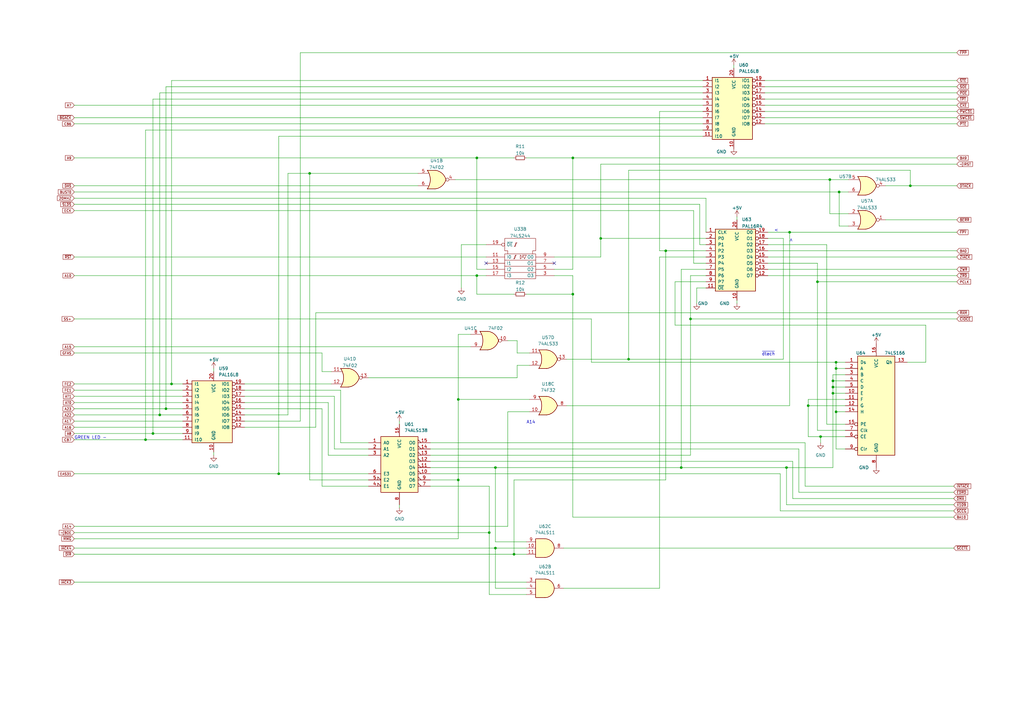
<source format=kicad_sch>
(kicad_sch (version 20211123) (generator eeschema)
  (paper "A3")
  (lib_symbols
    (symbol "74xx:74LS02" (pin_names (offset 1.016))
      (property "Reference" "U" (at 0 1.27 0))
      (property "Value" "74LS02" (at 0 -1.27 0))
      (symbol "74LS02_1_1"
        (pin output inverted (at 7.62 0 180) (length 3.81) (name "~") (number "1"))
        (pin input line (at -7.62 2.54 0) (length 4.318) (name "~") (number "2"))
        (pin input line (at -7.62 -2.54 0) (length 4.318) (name "~") (number "3"))
      )
      (symbol "74LS02_1_2"
        (pin output line (at 7.62 0 180) (length 3.81) (name "~") (number "1"))
        (pin input inverted (at -7.62 2.54 0) (length 3.81) (name "~") (number "2"))
        (pin input inverted (at -7.62 -2.54 0) (length 3.81) (name "~") (number "3"))
      )
      (symbol "74LS02_2_1"
        (pin output inverted (at 7.62 0 180) (length 3.81) (name "~") (number "4"))
        (pin input line (at -7.62 2.54 0) (length 4.318) (name "~") (number "5"))
        (pin input line (at -7.62 -2.54 0) (length 4.318) (name "~") (number "6"))
      )
      (symbol "74LS02_2_2"
        (pin output line (at 7.62 0 180) (length 3.81) (name "~") (number "4"))
        (pin input inverted (at -7.62 2.54 0) (length 3.81) (name "~") (number "5"))
        (pin input inverted (at -7.62 -2.54 0) (length 3.81) (name "~") (number "6"))
      )
      (symbol "74LS02_3_1"
        (pin output inverted (at 7.62 0 180) (length 3.81) (name "~") (number "10"))
        (pin input line (at -7.62 2.54 0) (length 4.318) (name "~") (number "8"))
        (pin input line (at -7.62 -2.54 0) (length 4.318) (name "~") (number "9"))
      )
      (symbol "74LS02_3_2"
        (pin output line (at 7.62 0 180) (length 3.81) (name "~") (number "10"))
        (pin input inverted (at -7.62 2.54 0) (length 3.81) (name "~") (number "8"))
        (pin input inverted (at -7.62 -2.54 0) (length 3.81) (name "~") (number "9"))
      )
      (symbol "74LS02_4_1"
        (pin input line (at -7.62 2.54 0) (length 4.318) (name "~") (number "11"))
        (pin input line (at -7.62 -2.54 0) (length 4.318) (name "~") (number "12"))
        (pin output inverted (at 7.62 0 180) (length 3.81) (name "~") (number "13"))
      )
      (symbol "74LS02_4_2"
        (pin input inverted (at -7.62 2.54 0) (length 3.81) (name "~") (number "11"))
        (pin input inverted (at -7.62 -2.54 0) (length 3.81) (name "~") (number "12"))
        (pin output line (at 7.62 0 180) (length 3.81) (name "~") (number "13"))
      )
      (symbol "74LS02_5_0"
        (pin power_in line (at 0 12.7 270) (length 5.08) (name "VCC") (number "14"))
        (pin power_in line (at 0 -12.7 90) (length 5.08) (name "GND") (number "7"))
      )
    )
    (symbol "74xx:74LS11" (pin_names (offset 1.016))
      (property "Reference" "U" (at 0 1.27 0))
      (property "Value" "74LS11" (at 0 -1.27 0))
      (symbol "74LS11_1_1"
        (pin input line (at -7.62 2.54 0) (length 3.81) (name "~") (number "1"))
        (pin output line (at 7.62 0 180) (length 3.81) (name "~") (number "12"))
        (pin input line (at -7.62 -2.54 0) (length 3.81) (name "~") (number "13"))
        (pin input line (at -7.62 0 0) (length 3.81) (name "~") (number "2"))
      )
      (symbol "74LS11_1_2"
        (pin input inverted (at -7.62 2.54 0) (length 4.318) (name "~") (number "1"))
        (pin output inverted (at 7.62 0 180) (length 3.81) (name "~") (number "12"))
        (pin input inverted (at -7.62 -2.54 0) (length 4.318) (name "~") (number "13"))
        (pin input inverted (at -7.62 0 0) (length 4.953) (name "~") (number "2"))
      )
      (symbol "74LS11_2_1"
        (pin input line (at -7.62 2.54 0) (length 3.81) (name "~") (number "3"))
        (pin input line (at -7.62 0 0) (length 3.81) (name "~") (number "4"))
        (pin input line (at -7.62 -2.54 0) (length 3.81) (name "~") (number "5"))
        (pin output line (at 7.62 0 180) (length 3.81) (name "~") (number "6"))
      )
      (symbol "74LS11_2_2"
        (pin input inverted (at -7.62 2.54 0) (length 4.318) (name "~") (number "3"))
        (pin input inverted (at -7.62 0 0) (length 4.953) (name "~") (number "4"))
        (pin input inverted (at -7.62 -2.54 0) (length 4.318) (name "~") (number "5"))
        (pin output inverted (at 7.62 0 180) (length 3.81) (name "~") (number "6"))
      )
      (symbol "74LS11_3_1"
        (pin input line (at -7.62 0 0) (length 3.81) (name "~") (number "10"))
        (pin input line (at -7.62 -2.54 0) (length 3.81) (name "~") (number "11"))
        (pin output line (at 7.62 0 180) (length 3.81) (name "~") (number "8"))
        (pin input line (at -7.62 2.54 0) (length 3.81) (name "~") (number "9"))
      )
      (symbol "74LS11_3_2"
        (pin input inverted (at -7.62 0 0) (length 4.953) (name "~") (number "10"))
        (pin input inverted (at -7.62 -2.54 0) (length 4.318) (name "~") (number "11"))
        (pin output inverted (at 7.62 0 180) (length 3.81) (name "~") (number "8"))
        (pin input inverted (at -7.62 2.54 0) (length 4.318) (name "~") (number "9"))
      )
      (symbol "74LS11_4_0"
        (pin power_in line (at 0 12.7 270) (length 5.08) (name "VCC") (number "14"))
        (pin power_in line (at 0 -12.7 90) (length 5.08) (name "GND") (number "7"))
      )
    )
    (symbol "74xx:74LS138" (pin_names (offset 1.016))
      (property "Reference" "U" (at -7.62 11.43 0))
      (property "Value" "74LS138" (at -7.62 -13.97 0))
      (symbol "74LS138_1_0"
        (pin input line (at -12.7 7.62 0) (length 5.08) (name "A0") (number "1"))
        (pin output output_low (at 12.7 -5.08 180) (length 5.08) (name "O5") (number "10"))
        (pin output output_low (at 12.7 -2.54 180) (length 5.08) (name "O4") (number "11"))
        (pin output output_low (at 12.7 0 180) (length 5.08) (name "O3") (number "12"))
        (pin output output_low (at 12.7 2.54 180) (length 5.08) (name "O2") (number "13"))
        (pin output output_low (at 12.7 5.08 180) (length 5.08) (name "O1") (number "14"))
        (pin output output_low (at 12.7 7.62 180) (length 5.08) (name "O0") (number "15"))
        (pin power_in line (at 0 15.24 270) (length 5.08) (name "VCC") (number "16"))
        (pin input line (at -12.7 5.08 0) (length 5.08) (name "A1") (number "2"))
        (pin input line (at -12.7 2.54 0) (length 5.08) (name "A2") (number "3"))
        (pin input input_low (at -12.7 -10.16 0) (length 5.08) (name "E1") (number "4"))
        (pin input input_low (at -12.7 -7.62 0) (length 5.08) (name "E2") (number "5"))
        (pin input line (at -12.7 -5.08 0) (length 5.08) (name "E3") (number "6"))
        (pin output output_low (at 12.7 -10.16 180) (length 5.08) (name "O7") (number "7"))
        (pin power_in line (at 0 -17.78 90) (length 5.08) (name "GND") (number "8"))
        (pin output output_low (at 12.7 -7.62 180) (length 5.08) (name "O6") (number "9"))
      )
    )
    (symbol "74xx:74LS166" (pin_names (offset 1.016))
      (property "Reference" "U" (at -7.62 21.59 0))
      (property "Value" "74LS166" (at -7.62 -21.59 0))
      (symbol "74LS166_1_0"
        (pin input line (at -12.7 17.78 0) (length 5.08) (name "Ds") (number "1"))
        (pin input line (at -12.7 5.08 0) (length 5.08) (name "E") (number "10"))
        (pin input line (at -12.7 2.54 0) (length 5.08) (name "F") (number "11"))
        (pin input line (at -12.7 0 0) (length 5.08) (name "G") (number "12"))
        (pin output line (at 12.7 17.78 180) (length 5.08) (name "Qh") (number "13"))
        (pin input line (at -12.7 -2.54 0) (length 5.08) (name "H") (number "14"))
        (pin input inverted (at -12.7 -7.62 0) (length 5.08) (name "PE") (number "15"))
        (pin power_in line (at 0 25.4 270) (length 5.08) (name "VCC") (number "16"))
        (pin input line (at -12.7 15.24 0) (length 5.08) (name "A") (number "2"))
        (pin input line (at -12.7 12.7 0) (length 5.08) (name "B") (number "3"))
        (pin input line (at -12.7 10.16 0) (length 5.08) (name "C") (number "4"))
        (pin input line (at -12.7 7.62 0) (length 5.08) (name "D") (number "5"))
        (pin input inverted (at -12.7 -12.7 0) (length 5.08) (name "CE") (number "6"))
        (pin input line (at -12.7 -10.16 0) (length 5.08) (name "Clk") (number "7"))
        (pin power_in line (at 0 -25.4 90) (length 5.08) (name "GND") (number "8"))
        (pin input inverted (at -12.7 -17.78 0) (length 5.08) (name "Clr") (number "9"))
      )
    )
    (symbol "74xx:74LS32" (pin_names (offset 1.016))
      (property "Reference" "U" (at 0 1.27 0))
      (property "Value" "74LS32" (at 0 -1.27 0))
      (symbol "74LS32_1_1"
        (pin input line (at -7.62 2.54 0) (length 4.318) (name "~") (number "1"))
        (pin input line (at -7.62 -2.54 0) (length 4.318) (name "~") (number "2"))
        (pin output line (at 7.62 0 180) (length 3.81) (name "~") (number "3"))
      )
      (symbol "74LS32_1_2"
        (pin input inverted (at -7.62 2.54 0) (length 3.81) (name "~") (number "1"))
        (pin input inverted (at -7.62 -2.54 0) (length 3.81) (name "~") (number "2"))
        (pin output inverted (at 7.62 0 180) (length 3.81) (name "~") (number "3"))
      )
      (symbol "74LS32_2_1"
        (pin input line (at -7.62 2.54 0) (length 4.318) (name "~") (number "4"))
        (pin input line (at -7.62 -2.54 0) (length 4.318) (name "~") (number "5"))
        (pin output line (at 7.62 0 180) (length 3.81) (name "~") (number "6"))
      )
      (symbol "74LS32_2_2"
        (pin input inverted (at -7.62 2.54 0) (length 3.81) (name "~") (number "4"))
        (pin input inverted (at -7.62 -2.54 0) (length 3.81) (name "~") (number "5"))
        (pin output inverted (at 7.62 0 180) (length 3.81) (name "~") (number "6"))
      )
      (symbol "74LS32_3_1"
        (pin input line (at -7.62 -2.54 0) (length 4.318) (name "~") (number "10"))
        (pin output line (at 7.62 0 180) (length 3.81) (name "~") (number "8"))
        (pin input line (at -7.62 2.54 0) (length 4.318) (name "~") (number "9"))
      )
      (symbol "74LS32_3_2"
        (pin input inverted (at -7.62 -2.54 0) (length 3.81) (name "~") (number "10"))
        (pin output inverted (at 7.62 0 180) (length 3.81) (name "~") (number "8"))
        (pin input inverted (at -7.62 2.54 0) (length 3.81) (name "~") (number "9"))
      )
      (symbol "74LS32_4_1"
        (pin output line (at 7.62 0 180) (length 3.81) (name "~") (number "11"))
        (pin input line (at -7.62 2.54 0) (length 4.318) (name "~") (number "12"))
        (pin input line (at -7.62 -2.54 0) (length 4.318) (name "~") (number "13"))
      )
      (symbol "74LS32_4_2"
        (pin output inverted (at 7.62 0 180) (length 3.81) (name "~") (number "11"))
        (pin input inverted (at -7.62 2.54 0) (length 3.81) (name "~") (number "12"))
        (pin input inverted (at -7.62 -2.54 0) (length 3.81) (name "~") (number "13"))
      )
      (symbol "74LS32_5_0"
        (pin power_in line (at 0 12.7 270) (length 5.08) (name "VCC") (number "14"))
        (pin power_in line (at 0 -12.7 90) (length 5.08) (name "GND") (number "7"))
      )
    )
    (symbol "74xx:74LS33" (pin_names (offset 1.016))
      (property "Reference" "U" (at 0 1.27 0))
      (property "Value" "74LS33" (at 0 -1.27 0))
      (symbol "74LS33_1_1"
        (pin open_collector inverted (at 7.62 0 180) (length 3.81) (name "~") (number "1"))
        (pin input line (at -7.62 2.54 0) (length 4.318) (name "~") (number "2"))
        (pin input line (at -7.62 -2.54 0) (length 4.318) (name "~") (number "3"))
      )
      (symbol "74LS33_1_2"
        (pin open_collector line (at 7.62 0 180) (length 3.81) (name "~") (number "1"))
        (pin input inverted (at -7.62 2.54 0) (length 3.81) (name "~") (number "2"))
        (pin input inverted (at -7.62 -2.54 0) (length 3.81) (name "~") (number "3"))
      )
      (symbol "74LS33_2_1"
        (pin open_collector inverted (at 7.62 0 180) (length 3.81) (name "~") (number "4"))
        (pin input line (at -7.62 2.54 0) (length 4.318) (name "~") (number "5"))
        (pin input line (at -7.62 -2.54 0) (length 4.318) (name "~") (number "6"))
      )
      (symbol "74LS33_2_2"
        (pin open_collector line (at 7.62 0 180) (length 3.81) (name "~") (number "4"))
        (pin input inverted (at -7.62 2.54 0) (length 3.81) (name "~") (number "5"))
        (pin input inverted (at -7.62 -2.54 0) (length 3.81) (name "~") (number "6"))
      )
      (symbol "74LS33_3_1"
        (pin open_collector inverted (at 7.62 0 180) (length 3.81) (name "~") (number "10"))
        (pin input line (at -7.62 2.54 0) (length 4.318) (name "~") (number "8"))
        (pin input line (at -7.62 -2.54 0) (length 4.318) (name "~") (number "9"))
      )
      (symbol "74LS33_3_2"
        (pin open_collector line (at 7.62 0 180) (length 3.81) (name "~") (number "10"))
        (pin input inverted (at -7.62 2.54 0) (length 3.81) (name "~") (number "8"))
        (pin input inverted (at -7.62 -2.54 0) (length 3.81) (name "~") (number "9"))
      )
      (symbol "74LS33_4_1"
        (pin input line (at -7.62 2.54 0) (length 4.318) (name "~") (number "11"))
        (pin input line (at -7.62 -2.54 0) (length 4.318) (name "~") (number "12"))
        (pin open_collector inverted (at 7.62 0 180) (length 3.81) (name "~") (number "13"))
      )
      (symbol "74LS33_4_2"
        (pin input inverted (at -7.62 2.54 0) (length 3.81) (name "~") (number "11"))
        (pin input inverted (at -7.62 -2.54 0) (length 3.81) (name "~") (number "12"))
        (pin open_collector line (at 7.62 0 180) (length 3.81) (name "~") (number "13"))
      )
      (symbol "74LS33_5_0"
        (pin power_in line (at 0 12.7 270) (length 5.08) (name "VCC") (number "14"))
        (pin power_in line (at 0 -12.7 90) (length 5.08) (name "GND") (number "7"))
      )
    )
    (symbol "74xx_IEEE:74LS244" (pin_names (offset 0.762))
      (property "Reference" "U" (at 8.89 10.16 0))
      (property "Value" "74LS244" (at 6.35 -7.62 0))
      (symbol "74LS244_0_0"
        (pin power_in line (at 1.27 10.16 270) (length 0) hide (name "GND") (number "10"))
        (pin power_in line (at 5.08 10.16 270) (length 0) hide (name "VCC") (number "20"))
      )
      (symbol "74LS244_1_1"
        (pin input inverted (at -13.97 7.62 0) (length 7.62) (name "~{OE}") (number "1"))
        (pin tri_state line (at 13.97 -5.08 180) (length 7.62) (name "O3") (number "12"))
        (pin tri_state line (at 13.97 -2.54 180) (length 7.62) (name "O2") (number "14"))
        (pin tri_state line (at 13.97 0 180) (length 7.62) (name "O1") (number "16"))
        (pin tri_state line (at 13.97 2.54 180) (length 7.62) (name "O0") (number "18"))
        (pin input line (at -13.97 2.54 0) (length 7.62) (name "I0") (number "2"))
        (pin input line (at -13.97 0 0) (length 7.62) (name "I1") (number "4"))
        (pin input line (at -13.97 -2.54 0) (length 7.62) (name "I2") (number "6"))
        (pin input line (at -13.97 -5.08 0) (length 7.62) (name "I3") (number "8"))
      )
      (symbol "74LS244_2_1"
        (pin input line (at -13.97 2.54 0) (length 7.62) (name "I0") (number "11"))
        (pin input line (at -13.97 0 0) (length 7.62) (name "I1") (number "13"))
        (pin input line (at -13.97 -2.54 0) (length 7.62) (name "I2") (number "15"))
        (pin input line (at -13.97 -5.08 0) (length 7.62) (name "I3") (number "17"))
        (pin input inverted (at -13.97 7.62 0) (length 7.62) (name "~{OE}") (number "19"))
        (pin tri_state line (at 13.97 -5.08 180) (length 7.62) (name "O3") (number "3"))
        (pin tri_state line (at 13.97 -2.54 180) (length 7.62) (name "O2") (number "5"))
        (pin tri_state line (at 13.97 0 180) (length 7.62) (name "O1") (number "7"))
        (pin tri_state line (at 13.97 2.54 180) (length 7.62) (name "O0") (number "9"))
      )
    )
    (symbol "Device:R_Small" (pin_numbers hide) (pin_names (offset 0.254) hide)
      (property "Reference" "R" (at 0.762 0.508 0))
      (property "Value" "R_Small" (at 0.762 -1.016 0))
      (symbol "R_Small_1_1"
        (pin passive line (at 0 2.54 270) (length 0.762) (name "~") (number "1"))
        (pin passive line (at 0 -2.54 90) (length 0.762) (name "~") (number "2"))
      )
    )
    (symbol "Logic_Programmable:PAL16L8" (pin_names (offset 1.016))
      (property "Reference" "U" (at -8.89 16.51 0))
      (property "Value" "PAL16L8" (at 1.27 16.51 0))
      (symbol "PAL16L8_0_0"
        (pin power_in line (at 0 -15.24 90) (length 3.81) (name "GND") (number "10"))
        (pin power_in line (at 0 17.78 270) (length 3.81) (name "VCC") (number "20"))
      )
      (symbol "PAL16L8_1_1"
        (pin input line (at -12.7 12.7 0) (length 3.81) (name "I1") (number "1"))
        (pin input line (at -12.7 -10.16 0) (length 3.81) (name "I10") (number "11"))
        (pin tri_state inverted (at 12.7 -5.08 180) (length 5.08) (name "IO8") (number "12"))
        (pin tri_state inverted (at 12.7 -2.54 180) (length 5.08) (name "IO7") (number "13"))
        (pin tri_state inverted (at 12.7 0 180) (length 5.08) (name "IO6") (number "14"))
        (pin tri_state inverted (at 12.7 2.54 180) (length 5.08) (name "IO5") (number "15"))
        (pin tri_state inverted (at 12.7 5.08 180) (length 5.08) (name "IO4") (number "16"))
        (pin tri_state inverted (at 12.7 7.62 180) (length 5.08) (name "I03") (number "17"))
        (pin tri_state inverted (at 12.7 10.16 180) (length 5.08) (name "IO2") (number "18"))
        (pin tri_state inverted (at 12.7 12.7 180) (length 5.08) (name "IO1") (number "19"))
        (pin input line (at -12.7 10.16 0) (length 3.81) (name "I2") (number "2"))
        (pin input line (at -12.7 7.62 0) (length 3.81) (name "I3") (number "3"))
        (pin input line (at -12.7 5.08 0) (length 3.81) (name "I4") (number "4"))
        (pin input line (at -12.7 2.54 0) (length 3.81) (name "I5") (number "5"))
        (pin input line (at -12.7 0 0) (length 3.81) (name "I6") (number "6"))
        (pin input line (at -12.7 -2.54 0) (length 3.81) (name "I7") (number "7"))
        (pin input line (at -12.7 -5.08 0) (length 3.81) (name "I8") (number "8"))
        (pin input line (at -12.7 -7.62 0) (length 3.81) (name "I9") (number "9"))
      )
    )
    (symbol "power:+5V" (power) (pin_names (offset 0))
      (property "Value" "+5V" (at 0 3.556 0))
      (symbol "+5V_1_1"
        (pin power_in line (at 0 0 90) (length 0) hide (name "+5V") (number "1"))
      )
    )
    (symbol "power:GND" (power) (pin_names (offset 0))
      (property "Value" "GND" (at 0 -3.81 0))
      (symbol "GND_1_1"
        (pin power_in line (at 0 0 270) (length 0) hide (name "GND") (number "1"))
      )
    )
    (symbol "x37:PAL16R4" (pin_names (offset 1.016))
      (property "Reference" "U" (at -8.89 16.51 0))
      (property "Value" "PAL16R4" (at 1.27 16.51 0))
      (symbol "PAL16R4_0_0"
        (pin power_in line (at 0 -15.24 90) (length 3.81) (name "GND") (number "10"))
        (pin power_in line (at 0 17.78 270) (length 3.81) (name "VCC") (number "20"))
      )
      (symbol "PAL16R4_1_1"
        (pin input line (at -12.7 12.7 0) (length 3.81) (name "CLK") (number "1"))
        (pin input line (at -12.7 -10.16 0) (length 3.81) (name "~{OE}") (number "11"))
        (pin tri_state inverted (at 12.7 -5.08 180) (length 5.08) (name "O7") (number "12"))
        (pin tri_state inverted (at 12.7 -2.54 180) (length 5.08) (name "O6") (number "13"))
        (pin tri_state inverted (at 12.7 0 180) (length 5.08) (name "O5") (number "14"))
        (pin tri_state inverted (at 12.7 2.54 180) (length 5.08) (name "O4") (number "15"))
        (pin tri_state inverted (at 12.7 5.08 180) (length 5.08) (name "O3") (number "16"))
        (pin tri_state inverted (at 12.7 7.62 180) (length 5.08) (name "O2") (number "17"))
        (pin tri_state inverted (at 12.7 10.16 180) (length 5.08) (name "O1") (number "18"))
        (pin tri_state inverted (at 12.7 12.7 180) (length 5.08) (name "O0") (number "19"))
        (pin input line (at -12.7 10.16 0) (length 3.81) (name "P0") (number "2"))
        (pin input line (at -12.7 7.62 0) (length 3.81) (name "P1") (number "3"))
        (pin input line (at -12.7 5.08 0) (length 3.81) (name "P2") (number "4"))
        (pin input line (at -12.7 2.54 0) (length 3.81) (name "P3") (number "5"))
        (pin input line (at -12.7 0 0) (length 3.81) (name "P4") (number "6"))
        (pin input line (at -12.7 -2.54 0) (length 3.81) (name "P5") (number "7"))
        (pin input line (at -12.7 -5.08 0) (length 3.81) (name "P6") (number "8"))
        (pin input line (at -12.7 -7.62 0) (length 3.81) (name "P7") (number "9"))
      )
    )
  )
  (junction (at 335.28 115.57))
  (junction (at 342.9 148.59))
  (junction (at 203.2 191.77))
  (junction (at 323.85 95.25))
  (junction (at 234.95 120.65))
  (junction (at 59.69 180.34))
  (junction (at 246.38 97.79))
  (junction (at 210.82 227.33))
  (junction (at 234.95 64.77))
  (junction (at 200.66 218.44))
  (junction (at 114.3 194.31))
  (junction (at 341.63 161.29))
  (junction (at 340.36 73.66))
  (junction (at 195.58 113.03))
  (junction (at 342.9 151.13))
  (junction (at 68.072 167.64))
  (junction (at 279.4 191.77))
  (junction (at 283.21 130.81))
  (junction (at 187.96 196.85))
  (junction (at 203.2 224.79))
  (junction (at 127 71.12))
  (junction (at 195.58 64.77))
  (junction (at 344.17 78.74))
  (junction (at 70.358 157.48))
  (junction (at 341.63 156.21))
  (junction (at 322.58 191.77))
  (junction (at 273.05 102.87))
  (junction (at 62.738 177.8))
  (junction (at 342.9 168.91))
  (junction (at 341.63 158.75))
  (junction (at 187.96 163.83))
  (junction (at 65.532 170.18))
  (junction (at 336.55 179.07))
  (junction (at 331.47 166.37))
  (junction (at 373.38 76.2))
  (junction (at 257.81 147.32))
  (no_connect (at 227.33 107.95))
  (no_connect (at 199.39 107.95))
  (wire (pts (xy 287.02 83.82) (xy 287.02 100.33)))
  (wire (pts (xy 347.98 73.66) (xy 340.36 73.66)))
  (wire (pts (xy 118.11 170.18) (xy 118.11 71.12)))
  (wire (pts (xy 341.63 158.75) (xy 341.63 156.21)))
  (wire (pts (xy 341.63 156.21) (xy 346.71 156.21)))
  (wire (pts (xy 313.69 43.18) (xy 392.43 43.18)))
  (wire (pts (xy 331.47 166.37) (xy 331.47 163.83)))
  (wire (pts (xy 187.96 163.83) (xy 187.96 137.16)))
  (wire (pts (xy 195.58 113.03) (xy 199.39 113.03)))
  (wire (pts (xy 288.29 35.56) (xy 68.072 35.56)))
  (wire (pts (xy 322.58 207.01) (xy 391.16 207.01)))
  (wire (pts (xy 176.53 194.31) (xy 320.04 194.31)))
  (wire (pts (xy 123.19 172.72) (xy 100.33 172.72)))
  (wire (pts (xy 314.96 113.03) (xy 392.43 113.03)))
  (wire (pts (xy 284.48 107.95) (xy 284.48 86.36)))
  (wire (pts (xy 118.11 71.12) (xy 127 71.12)))
  (wire (pts (xy 200.66 199.39) (xy 200.66 218.44)))
  (wire (pts (xy 30.48 165.1) (xy 74.93 165.1)))
  (wire (pts (xy 129.54 128.27) (xy 392.43 128.27)))
  (wire (pts (xy 70.358 157.48) (xy 74.93 157.48)))
  (wire (pts (xy 302.26 88.9) (xy 302.26 90.17)))
  (wire (pts (xy 335.28 176.53) (xy 335.28 115.57)))
  (wire (pts (xy 187.96 137.16) (xy 193.04 137.16)))
  (wire (pts (xy 100.33 157.48) (xy 135.89 157.48)))
  (wire (pts (xy 139.7 160.02) (xy 139.7 181.61)))
  (wire (pts (xy 30.48 175.26) (xy 74.93 175.26)))
  (wire (pts (xy 379.73 148.59) (xy 379.73 133.35)))
  (wire (pts (xy 323.85 166.37) (xy 323.85 95.25)))
  (wire (pts (xy 210.82 227.33) (xy 210.82 196.85)))
  (wire (pts (xy 342.9 151.13) (xy 342.9 148.59)))
  (wire (pts (xy 208.28 168.91) (xy 208.28 215.9)))
  (wire (pts (xy 288.29 45.72) (xy 270.51 45.72)))
  (wire (pts (xy 246.38 67.31) (xy 392.43 67.31)))
  (wire (pts (xy 322.58 191.77) (xy 341.63 191.77)))
  (wire (pts (xy 232.41 166.37) (xy 323.85 166.37)))
  (wire (pts (xy 373.38 69.85) (xy 257.81 69.85)))
  (wire (pts (xy 341.63 158.75) (xy 346.71 158.75)))
  (wire (pts (xy 346.71 176.53) (xy 335.28 176.53)))
  (wire (pts (xy 100.33 162.56) (xy 137.16 162.56)))
  (wire (pts (xy 30.48 162.56) (xy 74.93 162.56)))
  (wire (pts (xy 341.63 153.67) (xy 346.71 153.67)))
  (wire (pts (xy 346.71 173.99) (xy 339.09 173.99)))
  (wire (pts (xy 176.53 196.85) (xy 187.96 196.85)))
  (wire (pts (xy 325.12 189.23) (xy 325.12 204.47)))
  (wire (pts (xy 279.4 191.77) (xy 322.58 191.77)))
  (wire (pts (xy 321.31 97.79) (xy 321.31 147.32)))
  (wire (pts (xy 313.69 35.56) (xy 392.43 35.56)))
  (wire (pts (xy 339.09 173.99) (xy 339.09 100.33)))
  (wire (pts (xy 30.48 81.28) (xy 289.56 81.28)))
  (wire (pts (xy 227.33 110.49) (xy 234.95 110.49)))
  (wire (pts (xy 302.26 123.19) (xy 302.26 124.46)))
  (wire (pts (xy 30.48 105.41) (xy 199.39 105.41)))
  (wire (pts (xy 270.51 241.3) (xy 231.14 241.3)))
  (wire (pts (xy 314.96 105.41) (xy 392.43 105.41)))
  (wire (pts (xy 210.82 196.85) (xy 273.05 196.85)))
  (wire (pts (xy 30.48 177.8) (xy 62.738 177.8)))
  (wire (pts (xy 313.69 45.72) (xy 392.43 45.72)))
  (wire (pts (xy 203.2 191.77) (xy 279.4 191.77)))
  (wire (pts (xy 30.48 86.36) (xy 284.48 86.36)))
  (wire (pts (xy 279.4 191.77) (xy 279.4 110.49)))
  (wire (pts (xy 137.16 162.56) (xy 137.16 184.15)))
  (wire (pts (xy 285.75 124.46) (xy 285.75 118.11)))
  (wire (pts (xy 234.95 120.65) (xy 234.95 212.09)))
  (wire (pts (xy 215.9 227.33) (xy 210.82 227.33)))
  (wire (pts (xy 30.48 194.31) (xy 114.3 194.31)))
  (wire (pts (xy 217.17 168.91) (xy 208.28 168.91)))
  (wire (pts (xy 30.48 238.76) (xy 215.9 238.76)))
  (wire (pts (xy 30.48 83.82) (xy 287.02 83.82)))
  (wire (pts (xy 215.9 64.77) (xy 234.95 64.77)))
  (wire (pts (xy 195.58 113.03) (xy 195.58 120.65)))
  (wire (pts (xy 212.09 154.94) (xy 212.09 149.86)))
  (wire (pts (xy 59.69 53.34) (xy 59.69 180.34)))
  (wire (pts (xy 313.69 38.1) (xy 392.43 38.1)))
  (wire (pts (xy 30.48 218.44) (xy 200.66 218.44)))
  (wire (pts (xy 30.48 227.33) (xy 210.82 227.33)))
  (wire (pts (xy 30.48 144.78) (xy 132.08 144.78)))
  (wire (pts (xy 327.66 184.15) (xy 327.66 201.93)))
  (wire (pts (xy 342.9 184.15) (xy 346.71 184.15)))
  (wire (pts (xy 30.48 172.72) (xy 74.93 172.72)))
  (wire (pts (xy 195.58 110.49) (xy 199.39 110.49)))
  (wire (pts (xy 127 71.12) (xy 171.45 71.12)))
  (wire (pts (xy 273.05 102.87) (xy 289.56 102.87)))
  (wire (pts (xy 59.69 53.34) (xy 288.29 53.34)))
  (wire (pts (xy 129.54 175.26) (xy 129.54 128.27)))
  (wire (pts (xy 189.23 118.11) (xy 189.23 100.33)))
  (wire (pts (xy 331.47 166.37) (xy 331.47 179.07)))
  (wire (pts (xy 342.9 148.59) (xy 242.57 148.59)))
  (wire (pts (xy 187.96 220.98) (xy 30.48 220.98)))
  (wire (pts (xy 68.072 35.56) (xy 68.072 167.64)))
  (wire (pts (xy 68.072 167.64) (xy 74.93 167.64)))
  (wire (pts (xy 347.98 78.74) (xy 344.17 78.74)))
  (wire (pts (xy 30.48 157.48) (xy 70.358 157.48)))
  (wire (pts (xy 234.95 120.65) (xy 234.95 113.03)))
  (wire (pts (xy 100.33 175.26) (xy 129.54 175.26)))
  (wire (pts (xy 65.532 38.1) (xy 288.29 38.1)))
  (wire (pts (xy 132.08 167.64) (xy 132.08 199.39)))
  (wire (pts (xy 100.33 167.64) (xy 132.08 167.64)))
  (wire (pts (xy 151.13 154.94) (xy 212.09 154.94)))
  (wire (pts (xy 313.69 50.8) (xy 392.43 50.8)))
  (wire (pts (xy 30.48 78.74) (xy 344.17 78.74)))
  (wire (pts (xy 330.2 181.61) (xy 330.2 199.39)))
  (wire (pts (xy 341.63 191.77) (xy 341.63 161.29)))
  (wire (pts (xy 320.04 194.31) (xy 320.04 209.55)))
  (wire (pts (xy 314.96 97.79) (xy 321.31 97.79)))
  (wire (pts (xy 114.3 194.31) (xy 151.13 194.31)))
  (wire (pts (xy 232.41 147.32) (xy 257.81 147.32)))
  (wire (pts (xy 323.85 95.25) (xy 392.43 95.25)))
  (wire (pts (xy 187.96 163.83) (xy 217.17 163.83)))
  (wire (pts (xy 330.2 199.39) (xy 391.16 199.39)))
  (wire (pts (xy 373.38 76.2) (xy 392.43 76.2)))
  (wire (pts (xy 313.69 48.26) (xy 392.43 48.26)))
  (wire (pts (xy 246.38 67.31) (xy 246.38 97.79)))
  (wire (pts (xy 123.19 21.59) (xy 392.43 21.59)))
  (wire (pts (xy 283.21 130.81) (xy 283.21 186.69)))
  (wire (pts (xy 151.13 196.85) (xy 127 196.85)))
  (wire (pts (xy 331.47 163.83) (xy 346.71 163.83)))
  (wire (pts (xy 270.51 105.41) (xy 270.51 241.3)))
  (wire (pts (xy 30.48 64.77) (xy 195.58 64.77)))
  (wire (pts (xy 176.53 184.15) (xy 327.66 184.15)))
  (wire (pts (xy 70.358 33.02) (xy 70.358 157.48)))
  (wire (pts (xy 30.48 215.9) (xy 208.28 215.9)))
  (wire (pts (xy 344.17 92.71) (xy 347.98 92.71)))
  (wire (pts (xy 215.9 120.65) (xy 234.95 120.65)))
  (wire (pts (xy 163.83 207.01) (xy 163.83 208.28)))
  (wire (pts (xy 276.86 133.35) (xy 379.73 133.35)))
  (wire (pts (xy 340.36 87.63) (xy 347.98 87.63)))
  (wire (pts (xy 335.28 115.57) (xy 392.43 115.57)))
  (wire (pts (xy 212.09 144.78) (xy 217.17 144.78)))
  (wire (pts (xy 134.62 165.1) (xy 134.62 186.69)))
  (wire (pts (xy 342.9 168.91) (xy 342.9 184.15)))
  (wire (pts (xy 288.29 33.02) (xy 70.358 33.02)))
  (wire (pts (xy 341.63 161.29) (xy 341.63 158.75)))
  (wire (pts (xy 195.58 120.65) (xy 210.82 120.65)))
  (wire (pts (xy 363.22 90.17) (xy 392.43 90.17)))
  (wire (pts (xy 300.99 26.67) (xy 300.99 27.94)))
  (wire (pts (xy 283.21 130.81) (xy 392.43 130.81)))
  (wire (pts (xy 257.81 69.85) (xy 257.81 147.32)))
  (wire (pts (xy 227.33 105.41) (xy 246.38 105.41)))
  (wire (pts (xy 30.48 48.26) (xy 288.29 48.26)))
  (wire (pts (xy 186.69 73.66) (xy 340.36 73.66)))
  (wire (pts (xy 289.56 95.25) (xy 289.56 81.28)))
  (wire (pts (xy 215.9 224.79) (xy 203.2 224.79)))
  (wire (pts (xy 195.58 64.77) (xy 210.82 64.77)))
  (wire (pts (xy 346.71 179.07) (xy 336.55 179.07)))
  (wire (pts (xy 314.96 110.49) (xy 392.43 110.49)))
  (wire (pts (xy 270.51 102.87) (xy 273.05 102.87)))
  (wire (pts (xy 30.48 170.18) (xy 65.532 170.18)))
  (wire (pts (xy 335.28 107.95) (xy 314.96 107.95)))
  (wire (pts (xy 327.66 201.93) (xy 391.16 201.93)))
  (wire (pts (xy 322.58 191.77) (xy 322.58 207.01)))
  (wire (pts (xy 234.95 113.03) (xy 227.33 113.03)))
  (wire (pts (xy 139.7 181.61) (xy 151.13 181.61)))
  (wire (pts (xy 321.31 147.32) (xy 257.81 147.32)))
  (wire (pts (xy 30.48 180.34) (xy 59.69 180.34)))
  (wire (pts (xy 270.51 45.72) (xy 270.51 102.87)))
  (wire (pts (xy 325.12 204.47) (xy 391.16 204.47)))
  (wire (pts (xy 30.48 130.81) (xy 242.57 130.81)))
  (wire (pts (xy 62.738 40.64) (xy 62.738 177.8)))
  (wire (pts (xy 339.09 100.33) (xy 314.96 100.33)))
  (wire (pts (xy 346.71 168.91) (xy 342.9 168.91)))
  (wire (pts (xy 30.48 160.02) (xy 74.93 160.02)))
  (wire (pts (xy 341.63 156.21) (xy 341.63 153.67)))
  (wire (pts (xy 287.02 100.33) (xy 289.56 100.33)))
  (wire (pts (xy 87.63 151.13) (xy 87.63 152.4)))
  (wire (pts (xy 313.69 40.64) (xy 392.43 40.64)))
  (wire (pts (xy 189.23 100.33) (xy 199.39 100.33)))
  (wire (pts (xy 203.2 224.79) (xy 203.2 241.3)))
  (wire (pts (xy 30.48 224.79) (xy 203.2 224.79)))
  (wire (pts (xy 289.56 115.57) (xy 276.86 115.57)))
  (wire (pts (xy 340.36 73.66) (xy 340.36 87.63)))
  (wire (pts (xy 346.71 166.37) (xy 331.47 166.37)))
  (wire (pts (xy 59.69 180.34) (xy 74.93 180.34)))
  (wire (pts (xy 335.28 115.57) (xy 335.28 107.95)))
  (wire (pts (xy 373.38 76.2) (xy 373.38 69.85)))
  (wire (pts (xy 30.48 142.24) (xy 193.04 142.24)))
  (wire (pts (xy 123.19 21.59) (xy 123.19 172.72)))
  (wire (pts (xy 314.96 102.87) (xy 392.43 102.87)))
  (wire (pts (xy 137.16 184.15) (xy 151.13 184.15)))
  (wire (pts (xy 134.62 186.69) (xy 151.13 186.69)))
  (wire (pts (xy 30.48 167.64) (xy 68.072 167.64)))
  (wire (pts (xy 246.38 97.79) (xy 289.56 97.79)))
  (wire (pts (xy 320.04 209.55) (xy 391.16 209.55)))
  (wire (pts (xy 87.63 185.42) (xy 87.63 186.69)))
  (wire (pts (xy 246.38 105.41) (xy 246.38 97.79)))
  (wire (pts (xy 273.05 102.87) (xy 273.05 196.85)))
  (wire (pts (xy 176.53 181.61) (xy 330.2 181.61)))
  (wire (pts (xy 203.2 222.25) (xy 215.9 222.25)))
  (wire (pts (xy 203.2 191.77) (xy 203.2 222.25)))
  (wire (pts (xy 176.53 199.39) (xy 200.66 199.39)))
  (wire (pts (xy 195.58 64.77) (xy 195.58 110.49)))
  (wire (pts (xy 234.95 64.77) (xy 234.95 110.49)))
  (wire (pts (xy 200.66 243.84) (xy 215.9 243.84)))
  (wire (pts (xy 231.14 224.79) (xy 391.16 224.79)))
  (wire (pts (xy 114.3 55.88) (xy 114.3 194.31)))
  (wire (pts (xy 289.56 113.03) (xy 283.21 113.03)))
  (wire (pts (xy 65.532 38.1) (xy 65.532 170.18)))
  (wire (pts (xy 342.9 168.91) (xy 342.9 151.13)))
  (wire (pts (xy 114.3 55.88) (xy 288.29 55.88)))
  (wire (pts (xy 289.56 107.95) (xy 284.48 107.95)))
  (wire (pts (xy 62.738 177.8) (xy 74.93 177.8)))
  (wire (pts (xy 288.29 40.64) (xy 62.738 40.64)))
  (wire (pts (xy 212.09 139.7) (xy 212.09 144.78)))
  (wire (pts (xy 65.532 170.18) (xy 74.93 170.18)))
  (wire (pts (xy 30.48 76.2) (xy 171.45 76.2)))
  (wire (pts (xy 279.4 110.49) (xy 289.56 110.49)))
  (wire (pts (xy 283.21 186.69) (xy 176.53 186.69)))
  (wire (pts (xy 203.2 241.3) (xy 215.9 241.3)))
  (wire (pts (xy 208.28 139.7) (xy 212.09 139.7)))
  (wire (pts (xy 289.56 105.41) (xy 270.51 105.41)))
  (wire (pts (xy 100.33 165.1) (xy 134.62 165.1)))
  (wire (pts (xy 242.57 148.59) (xy 242.57 130.81)))
  (wire (pts (xy 314.96 95.25) (xy 323.85 95.25)))
  (wire (pts (xy 234.95 64.77) (xy 392.43 64.77)))
  (wire (pts (xy 30.48 43.18) (xy 288.29 43.18)))
  (wire (pts (xy 100.33 170.18) (xy 118.11 170.18)))
  (wire (pts (xy 285.75 118.11) (xy 289.56 118.11)))
  (wire (pts (xy 212.09 149.86) (xy 217.17 149.86)))
  (wire (pts (xy 344.17 78.74) (xy 344.17 92.71)))
  (wire (pts (xy 336.55 179.07) (xy 331.47 179.07)))
  (wire (pts (xy 372.11 148.59) (xy 379.73 148.59)))
  (wire (pts (xy 341.63 161.29) (xy 346.71 161.29)))
  (wire (pts (xy 234.95 212.09) (xy 391.16 212.09)))
  (wire (pts (xy 187.96 163.83) (xy 187.96 196.85)))
  (wire (pts (xy 342.9 148.59) (xy 346.71 148.59)))
  (wire (pts (xy 342.9 151.13) (xy 346.71 151.13)))
  (wire (pts (xy 200.66 218.44) (xy 200.66 243.84)))
  (wire (pts (xy 100.33 160.02) (xy 139.7 160.02)))
  (wire (pts (xy 176.53 191.77) (xy 203.2 191.77)))
  (wire (pts (xy 363.22 76.2) (xy 373.38 76.2)))
  (wire (pts (xy 132.08 199.39) (xy 151.13 199.39)))
  (wire (pts (xy 283.21 113.03) (xy 283.21 130.81)))
  (wire (pts (xy 30.48 113.03) (xy 195.58 113.03)))
  (wire (pts (xy 30.48 50.8) (xy 288.29 50.8)))
  (wire (pts (xy 336.55 179.07) (xy 336.55 181.61)))
  (wire (pts (xy 132.08 152.4) (xy 135.89 152.4)))
  (wire (pts (xy 132.08 144.78) (xy 132.08 152.4)))
  (wire (pts (xy 313.69 33.02) (xy 392.43 33.02)))
  (wire (pts (xy 163.83 172.72) (xy 163.83 173.99)))
  (wire (pts (xy 276.86 115.57) (xy 276.86 133.35)))
  (wire (pts (xy 187.96 196.85) (xy 187.96 220.98)))
  (wire (pts (xy 176.53 189.23) (xy 325.12 189.23)))
  (wire (pts (xy 127 196.85) (xy 127 71.12)))
  (text "~{dtach}" (at 312.42 146.05 0) (effects (font (size 1.27 1.27)) (justify left bottom)))
  (text "<" (at 317.5 95.25 0) (effects (font (size 1.27 1.27)) (justify left bottom)))
  (text "GREEN LED -" (at 30.48 180.34 0) (effects (font (size 1.27 1.27)) (justify left bottom)))
  (text ">" (at 325.12 97.79 270) (effects (font (size 1.27 1.27)) (justify right bottom)))
  (text "A14" (at 215.9 173.99 0) (effects (font (size 1.27 1.27)) (justify left bottom)))
  (global_label "BA9" (shape input) (at 392.43 64.77 0) (effects (font (size 1 1))) (property "Intersheet References" "${INTERSHEET_REFS}" (effects hide)))
  (global_label "SS+" (shape input) (at 30.48 130.81 180) (effects (font (size 1 1))) (property "Intersheet References" "${INTERSHEET_REFS}" (effects hide)))
  (global_label "20MHZ" (shape input) (at 30.48 81.28 180) (effects (font (size 1 1))) (property "Intersheet References" "${INTERSHEET_REFS}" (effects hide)))
  (global_label "A14" (shape input) (at 30.48 215.9 180) (effects (font (size 1 1))) (property "Intersheet References" "${INTERSHEET_REFS}" (effects hide)))
  (global_label "CB6" (shape input) (at 30.48 50.8 180) (effects (font (size 1 1))) (property "Intersheet References" "${INTERSHEET_REFS}" (effects hide)))
  (global_label "~{STE}" (shape input) (at 392.43 33.02 0) (effects (font (size 1 1))) (property "Intersheet References" "${INTERSHEET_REFS}" (effects hide)))
  (global_label "~{SCCTE}" (shape input) (at 391.16 224.79 0) (effects (font (size 1 1))) (property "Intersheet References" "${INTERSHEET_REFS}" (effects hide)))
  (global_label "~{POE}" (shape input) (at 392.43 38.1 0) (effects (font (size 1 1))) (property "Intersheet References" "${INTERSHEET_REFS}" (effects hide)))
  (global_label "~{SWC31}" (shape input) (at 392.43 48.26 0) (effects (font (size 1 1))) (property "Intersheet References" "${INTERSHEET_REFS}" (effects hide)))
  (global_label "BUST0" (shape input) (at 30.48 78.74 180) (effects (font (size 1 1))) (property "Intersheet References" "${INTERSHEET_REFS}" (effects hide)))
  (global_label "~{INTACK}" (shape input) (at 391.16 199.39 0) (effects (font (size 1 1))) (property "Intersheet References" "${INTERSHEET_REFS}" (effects hide)))
  (global_label "A7" (shape input) (at 30.48 43.18 180) (effects (font (size 1 1))) (property "Intersheet References" "${INTERSHEET_REFS}" (effects hide)))
  (global_label "A16" (shape input) (at 30.48 175.26 180) (effects (font (size 1 1))) (property "Intersheet References" "${INTERSHEET_REFS}" (effects hide)))
  (global_label "~{SLDS}" (shape input) (at 30.48 83.82 180) (effects (font (size 1 1))) (property "Intersheet References" "${INTERSHEET_REFS}" (effects hide)))
  (global_label "AT0" (shape input) (at 30.48 165.1 180) (effects (font (size 1 1))) (property "Intersheet References" "${INTERSHEET_REFS}" (effects hide)))
  (global_label "~{FPP}" (shape input) (at 392.43 21.59 0) (effects (font (size 1 1))) (property "Intersheet References" "${INTERSHEET_REFS}" (effects hide)))
  (global_label "~{BOE" (shape input) (at 30.48 218.44 180) (effects (font (size 1 1))) (property "Intersheet References" "${INTERSHEET_REFS}" (effects hide)))
  (global_label "~{MMG}" (shape input) (at 30.48 220.98 180) (effects (font (size 1 1))) (property "Intersheet References" "${INTERSHEET_REFS}" (effects hide)))
  (global_label "~{ZWR}" (shape input) (at 392.43 110.49 0) (effects (font (size 1 1))) (property "Intersheet References" "${INTERSHEET_REFS}" (effects hide)))
  (global_label "~{FPY}" (shape input) (at 392.43 95.25 0) (effects (font (size 1 1))) (property "Intersheet References" "${INTERSHEET_REFS}" (effects hide)))
  (global_label "~{PTE}" (shape input) (at 392.43 50.8 0) (effects (font (size 1 1))) (property "Intersheet References" "${INTERSHEET_REFS}" (effects hide)))
  (global_label "~{IACK4}" (shape input) (at 30.48 224.79 180) (effects (font (size 1 1))) (property "Intersheet References" "${INTERSHEET_REFS}" (effects hide)))
  (global_label "BA0" (shape input) (at 392.43 102.87 0) (effects (font (size 1 1))) (property "Intersheet References" "${INTERSHEET_REFS}" (effects hide)))
  (global_label "~{DTACK}" (shape input) (at 392.43 76.2 0) (effects (font (size 1 1))) (property "Intersheet References" "${INTERSHEET_REFS}" (effects hide)))
  (global_label "~{PWC31}" (shape input) (at 392.43 45.72 0) (effects (font (size 1 1))) (property "Intersheet References" "${INTERSHEET_REFS}" (effects hide)))
  (global_label "~{SOE}" (shape input) (at 392.43 35.56 0) (effects (font (size 1 1))) (property "Intersheet References" "${INTERSHEET_REFS}" (effects hide)))
  (global_label "~{SCCG}" (shape input) (at 391.16 209.55 0) (effects (font (size 1 1))) (property "Intersheet References" "${INTERSHEET_REFS}" (effects hide)))
  (global_label "A9" (shape input) (at 30.48 64.77 180) (effects (font (size 1 1))) (property "Intersheet References" "${INTERSHEET_REFS}" (effects hide)))
  (global_label "FC1" (shape input) (at 30.48 160.02 180) (effects (font (size 1 1))) (property "Intersheet References" "${INTERSHEET_REFS}" (effects hide)))
  (global_label "A17" (shape input) (at 30.48 172.72 180) (effects (font (size 1 1))) (property "Intersheet References" "${INTERSHEET_REFS}" (effects hide)))
  (global_label "EAS31" (shape input) (at 30.48 194.31 180) (effects (font (size 1 1))) (property "Intersheet References" "${INTERSHEET_REFS}" (effects hide)))
  (global_label "~{ZRD}" (shape input) (at 392.43 113.03 0) (effects (font (size 1 1))) (property "Intersheet References" "${INTERSHEET_REFS}" (effects hide)))
  (global_label "~{BGACK}" (shape input) (at 30.48 48.26 180) (effects (font (size 1 1))) (property "Intersheet References" "${INTERSHEET_REFS}" (effects hide)))
  (global_label "~{DAS}" (shape input) (at 30.48 76.2 180) (effects (font (size 1 1))) (property "Intersheet References" "${INTERSHEET_REFS}" (effects hide)))
  (global_label "BA10" (shape input) (at 391.16 212.09 0) (effects (font (size 1 1))) (property "Intersheet References" "${INTERSHEET_REFS}" (effects hide)))
  (global_label "~{CXE}" (shape input) (at 392.43 43.18 0) (effects (font (size 1 1))) (property "Intersheet References" "${INTERSHEET_REFS}" (effects hide)))
  (global_label "PCLK" (shape input) (at 392.43 115.57 0) (effects (font (size 1 1))) (property "Intersheet References" "${INTERSHEET_REFS}" (effects hide)))
  (global_label "A23" (shape input) (at 30.48 167.64 180) (effects (font (size 1 1))) (property "Intersheet References" "${INTERSHEET_REFS}" (effects hide)))
  (global_label "A10" (shape input) (at 30.48 113.03 180) (effects (font (size 1 1))) (property "Intersheet References" "${INTERSHEET_REFS}" (effects hide)))
  (global_label "A15" (shape input) (at 30.48 142.24 180) (effects (font (size 1 1))) (property "Intersheet References" "${INTERSHEET_REFS}" (effects hide)))
  (global_label "A8" (shape input) (at 30.48 177.8 180) (effects (font (size 1 1))) (property "Intersheet References" "${INTERSHEET_REFS}" (effects hide)))
  (global_label "~{DIR}" (shape input) (at 30.48 227.33 180) (effects (font (size 1 1))) (property "Intersheet References" "${INTERSHEET_REFS}" (effects hide)))
  (global_label "~{IRST" (shape input) (at 392.43 67.31 0) (effects (font (size 1 1))) (property "Intersheet References" "${INTERSHEET_REFS}" (effects hide)))
  (global_label "~{EDRD}" (shape input) (at 391.16 201.93 0) (effects (font (size 1 1))) (property "Intersheet References" "${INTERSHEET_REFS}" (effects hide)))
  (global_label "~{RAM}" (shape input) (at 392.43 128.27 0) (effects (font (size 1 1))) (property "Intersheet References" "${INTERSHEET_REFS}" (effects hide)))
  (global_label "ECK" (shape input) (at 30.48 86.36 180) (effects (font (size 1 1))) (property "Intersheet References" "${INTERSHEET_REFS}" (effects hide)))
  (global_label "~{BERR}" (shape input) (at 392.43 90.17 0) (effects (font (size 1 1))) (property "Intersheet References" "${INTERSHEET_REFS}" (effects hide)))
  (global_label "~{ZIACK}" (shape input) (at 392.43 105.41 0) (effects (font (size 1 1))) (property "Intersheet References" "${INTERSHEET_REFS}" (effects hide)))
  (global_label "AT1" (shape input) (at 30.48 162.56 180) (effects (font (size 1 1))) (property "Intersheet References" "${INTERSHEET_REFS}" (effects hide)))
  (global_label "A22" (shape input) (at 30.48 170.18 180) (effects (font (size 1 1))) (property "Intersheet References" "${INTERSHEET_REFS}" (effects hide)))
  (global_label "~{DMA}" (shape input) (at 391.16 204.47 0) (effects (font (size 1 1))) (property "Intersheet References" "${INTERSHEET_REFS}" (effects hide)))
  (global_label "~{X109}" (shape input) (at 391.16 207.01 0) (effects (font (size 1 1))) (property "Intersheet References" "${INTERSHEET_REFS}" (effects hide)))
  (global_label "CB7" (shape input) (at 30.48 180.34 180) (effects (font (size 1 1))) (property "Intersheet References" "${INTERSHEET_REFS}" (effects hide)))
  (global_label "~{IACK3}" (shape input) (at 30.48 238.76 180) (effects (font (size 1 1))) (property "Intersheet References" "${INTERSHEET_REFS}" (effects hide)))
  (global_label "~{TPT}" (shape input) (at 392.43 40.64 0) (effects (font (size 1 1))) (property "Intersheet References" "${INTERSHEET_REFS}" (effects hide)))
  (global_label "~{RST}" (shape input) (at 30.48 105.41 180) (effects (font (size 1 1))) (property "Intersheet References" "${INTERSHEET_REFS}" (effects hide)))
  (global_label "GFAS" (shape input) (at 30.48 144.78 180) (effects (font (size 1 1))) (property "Intersheet References" "${INTERSHEET_REFS}" (effects hide)))
  (global_label "~{CIOCE}" (shape input) (at 392.43 130.81 0) (effects (font (size 1 1))) (property "Intersheet References" "${INTERSHEET_REFS}" (effects hide)))
  (global_label "FC2" (shape input) (at 30.48 157.48 180) (effects (font (size 1 1))) (property "Intersheet References" "${INTERSHEET_REFS}" (effects hide)))
  (symbol (lib_id "power:GND") (at 189.23 118.11 0) (unit 1)
    (property "Reference" "#PWR0224" (effects hide))
    (property "Value" "GND" (at 189.23 122.6725 0))
  )
  (symbol (lib_id "power:GND") (at 300.99 60.96 0) (unit 1)
    (property "Reference" "#PWR0221" (effects hide))
    (property "Value" "GND" (at 295.91 62.23 0))
  )
  (symbol (lib_id "power:GND") (at 302.26 124.46 0) (unit 1)
    (property "Reference" "#PWR0223" (effects hide))
    (property "Value" "GND" (at 297.18 124.46 0))
  )
  (symbol (lib_id "power:+5V") (at 302.26 88.9 0) (unit 1)
    (property "Reference" "#PWR0222" (effects hide))
    (property "Value" "+5V" (at 302.26 85.2955 0))
  )
  (symbol (lib_id "74xx:74LS02") (at 179.07 73.66 0) (unit 2)
    (property "Reference" "U41" (at 179.07 65.8835 0))
    (property "Value" "74F02" (at 179.07 68.6586 0))
    (property "Footprint" "Package_DIP:DIP-14_W7.62mm" (effects hide))
    (property "Datasheet" "http://www.ti.com/lit/gpn/sn74ls02" (effects hide))
  )
  (symbol (lib_id "74xx:74LS33") (at 224.79 147.32 0) (unit 4)
    (property "Reference" "U57" (at 224.79 138.43 0))
    (property "Value" "74ALS33" (at 224.79 140.97 0))
    (property "Footprint" "Package_DIP:DIP-14_W7.62mm" (effects hide))
    (property "Datasheet" "http://www.ti.com/lit/gpn/sn74LS33" (effects hide))
  )
  (symbol (lib_id "74xx:74LS33") (at 355.6 76.2 0) (unit 2)
    (property "Reference" "U57" (at 346.71 72.39 0))
    (property "Value" "74ALS33" (at 363.22 73.66 0))
    (property "Footprint" "Package_DIP:DIP-14_W7.62mm" (effects hide))
    (property "Datasheet" "http://www.ti.com/lit/gpn/sn74LS33" (effects hide))
  )
  (symbol (lib_id "74xx:74LS33") (at 355.6 90.17 0) (unit 1)
    (property "Reference" "U57" (at 355.6 82.3935 0))
    (property "Value" "74ALS33" (at 355.6 85.1686 0))
    (property "Footprint" "Package_DIP:DIP-14_W7.62mm" (effects hide))
    (property "Datasheet" "http://www.ti.com/lit/gpn/sn74LS33" (effects hide))
  )
  (symbol (lib_id "power:GND") (at 87.63 186.69 0) (unit 1)
    (property "Reference" "#PWR0226" (effects hide))
    (property "Value" "GND" (at 87.63 191.2525 0))
  )
  (symbol (lib_id "74xx:74LS02") (at 200.66 139.7 0) (unit 3)
    (property "Reference" "U41" (at 193.04 134.62 0))
    (property "Value" "74F02" (at 203.2 134.62 0))
    (property "Footprint" "Package_DIP:DIP-14_W7.62mm" (effects hide))
    (property "Datasheet" "http://www.ti.com/lit/gpn/sn74ls02" (effects hide))
  )
  (symbol (lib_id "power:GND") (at 285.75 124.46 0) (unit 1)
    (property "Reference" "#PWR0232" (effects hide))
    (property "Value" "GND" (at 288.29 124.46 0))
  )
  (symbol (lib_id "power:GND") (at 163.83 208.28 0) (unit 1)
    (property "Reference" "#PWR0230" (effects hide))
    (property "Value" "GND" (at 163.83 212.8425 0))
  )
  (symbol (lib_id "power:+5V") (at 300.99 26.67 0) (unit 1)
    (property "Reference" "#PWR0220" (effects hide))
    (property "Value" "+5V" (at 300.99 23.0655 0))
  )
  (symbol (lib_id "Device:R_Small") (at 213.36 64.77 90) (unit 1)
    (property "Reference" "R11" (at 213.36 60.0669 90))
    (property "Value" "10k" (at 213.36 62.842 90))
  )
  (symbol (lib_id "74xx:74LS32") (at 224.79 166.37 0) (unit 3)
    (property "Reference" "U18" (at 224.79 157.48 0))
    (property "Value" "74F32" (at 224.79 160.02 0))
    (property "Footprint" "Package_DIP:DIP-14_W7.62mm" (effects hide))
    (property "Datasheet" "http://www.ti.com/lit/gpn/sn74LS32" (effects hide))
  )
  (symbol (lib_id "Logic_Programmable:PAL16L8") (at 87.63 170.18 0) (unit 1)
    (property "Reference" "U59" (at 89.6494 151.13 0) (effects (justify left)))
    (property "Value" "PAL16L8" (at 89.6494 153.67 0) (effects (justify left)))
    (property "Footprint" "Package_DIP:DIP-20_W7.62mm" (effects hide))
  )
  (symbol (lib_id "power:GND") (at 336.55 181.61 0) (unit 1)
    (property "Reference" "#PWR0124" (effects hide))
    (property "Value" "GND" (at 336.55 186.69 0))
  )
  (symbol (lib_id "Logic_Programmable:PAL16L8") (at 300.99 45.72 0) (unit 1)
    (property "Reference" "U60" (at 303.0094 26.67 0) (effects (justify left)))
    (property "Value" "PAL16L8" (at 303.0094 29.21 0) (effects (justify left)))
    (property "Footprint" "Package_DIP:DIP-20_W7.62mm" (effects hide))
  )
  (symbol (lib_id "74xx:74LS138") (at 163.83 189.23 0) (unit 1)
    (property "Reference" "U61" (at 165.8494 173.99 0) (effects (justify left)))
    (property "Value" "74ALS138" (at 165.8494 176.53 0) (effects (justify left)))
    (property "Footprint" "Package_DIP:DIP-16_W7.62mm" (effects hide))
    (property "Datasheet" "http://www.ti.com/lit/gpn/sn74LS138" (effects hide))
  )
  (symbol (lib_id "power:+5V") (at 87.63 151.13 0) (unit 1)
    (property "Reference" "#PWR0227" (effects hide))
    (property "Value" "+5V" (at 87.63 147.5255 0))
  )
  (symbol (lib_id "74xx_IEEE:74LS244") (at 213.36 107.95 0) (unit 2)
    (property "Reference" "U33" (at 213.36 93.9505 0))
    (property "Value" "74LS244" (at 213.36 96.7256 0))
    (property "Footprint" "Package_DIP:DIP-20_W7.62mm" (effects hide))
    (property "Datasheet" "http://www.ti.com/lit/ds/symlink/sn74ls244.pdf" (effects hide))
  )
  (symbol (lib_id "power:+5V") (at 359.41 140.97 0) (unit 1)
    (property "Reference" "#PWR0228" (effects hide))
    (property "Value" "+5V" (at 359.41 137.3655 0))
  )
  (symbol (lib_id "74xx:74LS166") (at 359.41 166.37 0) (unit 1)
    (property "Reference" "U64" (at 353.06 144.78 0))
    (property "Value" "74LS166" (at 367.03 144.78 0))
    (property "Footprint" "Package_DIP:DIP-16_W7.62mm" (effects hide))
    (property "Datasheet" "http://www.ti.com/lit/gpn/sn74LS166" (effects hide))
  )
  (symbol (lib_id "74xx:74LS11") (at 223.52 224.79 0) (unit 3)
    (property "Reference" "U62" (at 223.52 215.9 0))
    (property "Value" "74ALS11" (at 223.52 218.44 0))
    (property "Footprint" "Package_DIP:DIP-14_W7.62mm" (effects hide))
    (property "Datasheet" "http://www.ti.com/lit/gpn/sn74LS11" (effects hide))
  )
  (symbol (lib_id "74xx:74LS11") (at 223.52 241.3 0) (unit 2)
    (property "Reference" "U62" (at 223.52 232.41 0))
    (property "Value" "74ALS11" (at 223.52 234.95 0))
    (property "Footprint" "Package_DIP:DIP-14_W7.62mm" (effects hide))
    (property "Datasheet" "http://www.ti.com/lit/gpn/sn74LS11" (effects hide))
  )
  (symbol (lib_id "74xx:74LS02") (at 143.51 154.94 0) (unit 4)
    (property "Reference" "U41" (at 143.51 147.1635 0))
    (property "Value" "74F02" (at 143.51 149.9386 0))
    (property "Footprint" "Package_DIP:DIP-14_W7.62mm" (effects hide))
    (property "Datasheet" "http://www.ti.com/lit/gpn/sn74ls02" (effects hide))
  )
  (symbol (lib_id "power:GND") (at 359.41 191.77 0) (unit 1)
    (property "Reference" "#PWR0229" (effects hide))
    (property "Value" "GND" (at 354.33 191.77 0))
  )
  (symbol (lib_id "Device:R_Small") (at 213.36 120.65 90) (unit 1)
    (property "Reference" "R12" (at 213.36 115.9469 90))
    (property "Value" "10k" (at 213.36 118.722 90))
  )
  (symbol (lib_id "x37:PAL16R4") (at 302.26 107.95 0) (unit 1)
    (property "Reference" "U63" (at 304.2794 90.0135 0) (effects (justify left)))
    (property "Value" "PAL16R4" (at 304.2794 92.7886 0) (effects (justify left)))
    (property "Footprint" "Package_DIP:DIP-20_W7.62mm" (effects hide))
  )
  (symbol (lib_id "power:+5V") (at 163.83 172.72 0) (unit 1)
    (property "Reference" "#PWR0231" (effects hide))
    (property "Value" "+5V" (at 163.83 169.1155 0))
  )
)
</source>
